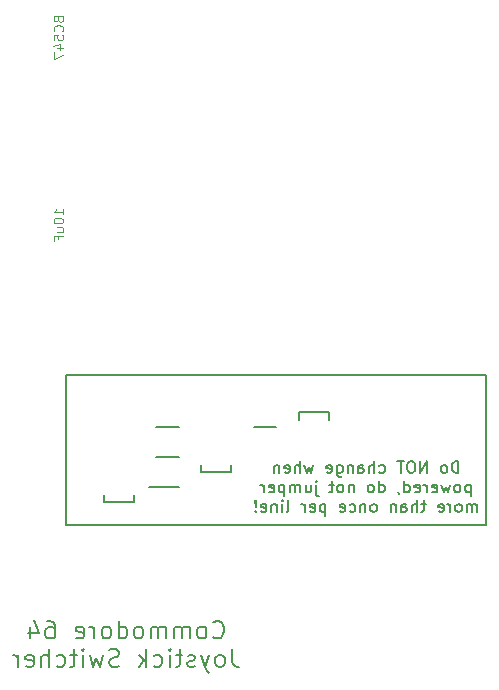
<source format=gbo>
G04 #@! TF.FileFunction,Legend,Bot*
%FSLAX46Y46*%
G04 Gerber Fmt 4.6, Leading zero omitted, Abs format (unit mm)*
G04 Created by KiCad (PCBNEW 4.0.7) date 10/20/19 13:11:54*
%MOMM*%
%LPD*%
G01*
G04 APERTURE LIST*
%ADD10C,0.100000*%
%ADD11C,0.200000*%
%ADD12C,0.150000*%
G04 APERTURE END LIST*
D10*
D11*
X118110000Y-100330000D02*
X120650000Y-100330000D01*
X118745000Y-97790000D02*
X120650000Y-97790000D01*
X118745000Y-95250000D02*
X120650000Y-95250000D01*
X127000000Y-95250000D02*
X128905000Y-95250000D01*
X133350000Y-93980000D02*
X133350000Y-94615000D01*
X130810000Y-93980000D02*
X133350000Y-93980000D01*
X130810000Y-94615000D02*
X130810000Y-93980000D01*
X116840000Y-101600000D02*
X116840000Y-100965000D01*
X114300000Y-101600000D02*
X116840000Y-101600000D01*
X114300000Y-100965000D02*
X114300000Y-101600000D01*
X125095000Y-99060000D02*
X125095000Y-98425000D01*
X122555000Y-99060000D02*
X125095000Y-99060000D01*
X122555000Y-98425000D02*
X122555000Y-99060000D01*
X111125000Y-103505000D02*
X146685000Y-103505000D01*
X111125000Y-90805000D02*
X111125000Y-103505000D01*
X146685000Y-90805000D02*
X111125000Y-90805000D01*
X146685000Y-103505000D02*
X146685000Y-90805000D01*
D12*
X144334525Y-99132381D02*
X144334525Y-98132381D01*
X144096430Y-98132381D01*
X143953572Y-98180000D01*
X143858334Y-98275238D01*
X143810715Y-98370476D01*
X143763096Y-98560952D01*
X143763096Y-98703810D01*
X143810715Y-98894286D01*
X143858334Y-98989524D01*
X143953572Y-99084762D01*
X144096430Y-99132381D01*
X144334525Y-99132381D01*
X143191668Y-99132381D02*
X143286906Y-99084762D01*
X143334525Y-99037143D01*
X143382144Y-98941905D01*
X143382144Y-98656190D01*
X143334525Y-98560952D01*
X143286906Y-98513333D01*
X143191668Y-98465714D01*
X143048810Y-98465714D01*
X142953572Y-98513333D01*
X142905953Y-98560952D01*
X142858334Y-98656190D01*
X142858334Y-98941905D01*
X142905953Y-99037143D01*
X142953572Y-99084762D01*
X143048810Y-99132381D01*
X143191668Y-99132381D01*
X141667858Y-99132381D02*
X141667858Y-98132381D01*
X141096429Y-99132381D01*
X141096429Y-98132381D01*
X140429763Y-98132381D02*
X140239286Y-98132381D01*
X140144048Y-98180000D01*
X140048810Y-98275238D01*
X140001191Y-98465714D01*
X140001191Y-98799048D01*
X140048810Y-98989524D01*
X140144048Y-99084762D01*
X140239286Y-99132381D01*
X140429763Y-99132381D01*
X140525001Y-99084762D01*
X140620239Y-98989524D01*
X140667858Y-98799048D01*
X140667858Y-98465714D01*
X140620239Y-98275238D01*
X140525001Y-98180000D01*
X140429763Y-98132381D01*
X139715477Y-98132381D02*
X139144048Y-98132381D01*
X139429763Y-99132381D02*
X139429763Y-98132381D01*
X137620238Y-99084762D02*
X137715476Y-99132381D01*
X137905953Y-99132381D01*
X138001191Y-99084762D01*
X138048810Y-99037143D01*
X138096429Y-98941905D01*
X138096429Y-98656190D01*
X138048810Y-98560952D01*
X138001191Y-98513333D01*
X137905953Y-98465714D01*
X137715476Y-98465714D01*
X137620238Y-98513333D01*
X137191667Y-99132381D02*
X137191667Y-98132381D01*
X136763095Y-99132381D02*
X136763095Y-98608571D01*
X136810714Y-98513333D01*
X136905952Y-98465714D01*
X137048810Y-98465714D01*
X137144048Y-98513333D01*
X137191667Y-98560952D01*
X135858333Y-99132381D02*
X135858333Y-98608571D01*
X135905952Y-98513333D01*
X136001190Y-98465714D01*
X136191667Y-98465714D01*
X136286905Y-98513333D01*
X135858333Y-99084762D02*
X135953571Y-99132381D01*
X136191667Y-99132381D01*
X136286905Y-99084762D01*
X136334524Y-98989524D01*
X136334524Y-98894286D01*
X136286905Y-98799048D01*
X136191667Y-98751429D01*
X135953571Y-98751429D01*
X135858333Y-98703810D01*
X135382143Y-98465714D02*
X135382143Y-99132381D01*
X135382143Y-98560952D02*
X135334524Y-98513333D01*
X135239286Y-98465714D01*
X135096428Y-98465714D01*
X135001190Y-98513333D01*
X134953571Y-98608571D01*
X134953571Y-99132381D01*
X134048809Y-98465714D02*
X134048809Y-99275238D01*
X134096428Y-99370476D01*
X134144047Y-99418095D01*
X134239286Y-99465714D01*
X134382143Y-99465714D01*
X134477381Y-99418095D01*
X134048809Y-99084762D02*
X134144047Y-99132381D01*
X134334524Y-99132381D01*
X134429762Y-99084762D01*
X134477381Y-99037143D01*
X134525000Y-98941905D01*
X134525000Y-98656190D01*
X134477381Y-98560952D01*
X134429762Y-98513333D01*
X134334524Y-98465714D01*
X134144047Y-98465714D01*
X134048809Y-98513333D01*
X133191666Y-99084762D02*
X133286904Y-99132381D01*
X133477381Y-99132381D01*
X133572619Y-99084762D01*
X133620238Y-98989524D01*
X133620238Y-98608571D01*
X133572619Y-98513333D01*
X133477381Y-98465714D01*
X133286904Y-98465714D01*
X133191666Y-98513333D01*
X133144047Y-98608571D01*
X133144047Y-98703810D01*
X133620238Y-98799048D01*
X132048809Y-98465714D02*
X131858333Y-99132381D01*
X131667856Y-98656190D01*
X131477380Y-99132381D01*
X131286904Y-98465714D01*
X130905952Y-99132381D02*
X130905952Y-98132381D01*
X130477380Y-99132381D02*
X130477380Y-98608571D01*
X130524999Y-98513333D01*
X130620237Y-98465714D01*
X130763095Y-98465714D01*
X130858333Y-98513333D01*
X130905952Y-98560952D01*
X129620237Y-99084762D02*
X129715475Y-99132381D01*
X129905952Y-99132381D01*
X130001190Y-99084762D01*
X130048809Y-98989524D01*
X130048809Y-98608571D01*
X130001190Y-98513333D01*
X129905952Y-98465714D01*
X129715475Y-98465714D01*
X129620237Y-98513333D01*
X129572618Y-98608571D01*
X129572618Y-98703810D01*
X130048809Y-98799048D01*
X129144047Y-98465714D02*
X129144047Y-99132381D01*
X129144047Y-98560952D02*
X129096428Y-98513333D01*
X129001190Y-98465714D01*
X128858332Y-98465714D01*
X128763094Y-98513333D01*
X128715475Y-98608571D01*
X128715475Y-99132381D01*
X145358334Y-100115714D02*
X145358334Y-101115714D01*
X145358334Y-100163333D02*
X145263096Y-100115714D01*
X145072619Y-100115714D01*
X144977381Y-100163333D01*
X144929762Y-100210952D01*
X144882143Y-100306190D01*
X144882143Y-100591905D01*
X144929762Y-100687143D01*
X144977381Y-100734762D01*
X145072619Y-100782381D01*
X145263096Y-100782381D01*
X145358334Y-100734762D01*
X144310715Y-100782381D02*
X144405953Y-100734762D01*
X144453572Y-100687143D01*
X144501191Y-100591905D01*
X144501191Y-100306190D01*
X144453572Y-100210952D01*
X144405953Y-100163333D01*
X144310715Y-100115714D01*
X144167857Y-100115714D01*
X144072619Y-100163333D01*
X144025000Y-100210952D01*
X143977381Y-100306190D01*
X143977381Y-100591905D01*
X144025000Y-100687143D01*
X144072619Y-100734762D01*
X144167857Y-100782381D01*
X144310715Y-100782381D01*
X143644048Y-100115714D02*
X143453572Y-100782381D01*
X143263095Y-100306190D01*
X143072619Y-100782381D01*
X142882143Y-100115714D01*
X142120238Y-100734762D02*
X142215476Y-100782381D01*
X142405953Y-100782381D01*
X142501191Y-100734762D01*
X142548810Y-100639524D01*
X142548810Y-100258571D01*
X142501191Y-100163333D01*
X142405953Y-100115714D01*
X142215476Y-100115714D01*
X142120238Y-100163333D01*
X142072619Y-100258571D01*
X142072619Y-100353810D01*
X142548810Y-100449048D01*
X141644048Y-100782381D02*
X141644048Y-100115714D01*
X141644048Y-100306190D02*
X141596429Y-100210952D01*
X141548810Y-100163333D01*
X141453572Y-100115714D01*
X141358333Y-100115714D01*
X140644047Y-100734762D02*
X140739285Y-100782381D01*
X140929762Y-100782381D01*
X141025000Y-100734762D01*
X141072619Y-100639524D01*
X141072619Y-100258571D01*
X141025000Y-100163333D01*
X140929762Y-100115714D01*
X140739285Y-100115714D01*
X140644047Y-100163333D01*
X140596428Y-100258571D01*
X140596428Y-100353810D01*
X141072619Y-100449048D01*
X139739285Y-100782381D02*
X139739285Y-99782381D01*
X139739285Y-100734762D02*
X139834523Y-100782381D01*
X140025000Y-100782381D01*
X140120238Y-100734762D01*
X140167857Y-100687143D01*
X140215476Y-100591905D01*
X140215476Y-100306190D01*
X140167857Y-100210952D01*
X140120238Y-100163333D01*
X140025000Y-100115714D01*
X139834523Y-100115714D01*
X139739285Y-100163333D01*
X139215476Y-100734762D02*
X139215476Y-100782381D01*
X139263095Y-100877619D01*
X139310714Y-100925238D01*
X137596428Y-100782381D02*
X137596428Y-99782381D01*
X137596428Y-100734762D02*
X137691666Y-100782381D01*
X137882143Y-100782381D01*
X137977381Y-100734762D01*
X138025000Y-100687143D01*
X138072619Y-100591905D01*
X138072619Y-100306190D01*
X138025000Y-100210952D01*
X137977381Y-100163333D01*
X137882143Y-100115714D01*
X137691666Y-100115714D01*
X137596428Y-100163333D01*
X136977381Y-100782381D02*
X137072619Y-100734762D01*
X137120238Y-100687143D01*
X137167857Y-100591905D01*
X137167857Y-100306190D01*
X137120238Y-100210952D01*
X137072619Y-100163333D01*
X136977381Y-100115714D01*
X136834523Y-100115714D01*
X136739285Y-100163333D01*
X136691666Y-100210952D01*
X136644047Y-100306190D01*
X136644047Y-100591905D01*
X136691666Y-100687143D01*
X136739285Y-100734762D01*
X136834523Y-100782381D01*
X136977381Y-100782381D01*
X135453571Y-100115714D02*
X135453571Y-100782381D01*
X135453571Y-100210952D02*
X135405952Y-100163333D01*
X135310714Y-100115714D01*
X135167856Y-100115714D01*
X135072618Y-100163333D01*
X135024999Y-100258571D01*
X135024999Y-100782381D01*
X134405952Y-100782381D02*
X134501190Y-100734762D01*
X134548809Y-100687143D01*
X134596428Y-100591905D01*
X134596428Y-100306190D01*
X134548809Y-100210952D01*
X134501190Y-100163333D01*
X134405952Y-100115714D01*
X134263094Y-100115714D01*
X134167856Y-100163333D01*
X134120237Y-100210952D01*
X134072618Y-100306190D01*
X134072618Y-100591905D01*
X134120237Y-100687143D01*
X134167856Y-100734762D01*
X134263094Y-100782381D01*
X134405952Y-100782381D01*
X133786904Y-100115714D02*
X133405952Y-100115714D01*
X133644047Y-99782381D02*
X133644047Y-100639524D01*
X133596428Y-100734762D01*
X133501190Y-100782381D01*
X133405952Y-100782381D01*
X132310713Y-100115714D02*
X132310713Y-100972857D01*
X132358332Y-101068095D01*
X132453570Y-101115714D01*
X132501189Y-101115714D01*
X132310713Y-99782381D02*
X132358332Y-99830000D01*
X132310713Y-99877619D01*
X132263094Y-99830000D01*
X132310713Y-99782381D01*
X132310713Y-99877619D01*
X131405951Y-100115714D02*
X131405951Y-100782381D01*
X131834523Y-100115714D02*
X131834523Y-100639524D01*
X131786904Y-100734762D01*
X131691666Y-100782381D01*
X131548808Y-100782381D01*
X131453570Y-100734762D01*
X131405951Y-100687143D01*
X130929761Y-100782381D02*
X130929761Y-100115714D01*
X130929761Y-100210952D02*
X130882142Y-100163333D01*
X130786904Y-100115714D01*
X130644046Y-100115714D01*
X130548808Y-100163333D01*
X130501189Y-100258571D01*
X130501189Y-100782381D01*
X130501189Y-100258571D02*
X130453570Y-100163333D01*
X130358332Y-100115714D01*
X130215475Y-100115714D01*
X130120237Y-100163333D01*
X130072618Y-100258571D01*
X130072618Y-100782381D01*
X129596428Y-100115714D02*
X129596428Y-101115714D01*
X129596428Y-100163333D02*
X129501190Y-100115714D01*
X129310713Y-100115714D01*
X129215475Y-100163333D01*
X129167856Y-100210952D01*
X129120237Y-100306190D01*
X129120237Y-100591905D01*
X129167856Y-100687143D01*
X129215475Y-100734762D01*
X129310713Y-100782381D01*
X129501190Y-100782381D01*
X129596428Y-100734762D01*
X128310713Y-100734762D02*
X128405951Y-100782381D01*
X128596428Y-100782381D01*
X128691666Y-100734762D01*
X128739285Y-100639524D01*
X128739285Y-100258571D01*
X128691666Y-100163333D01*
X128596428Y-100115714D01*
X128405951Y-100115714D01*
X128310713Y-100163333D01*
X128263094Y-100258571D01*
X128263094Y-100353810D01*
X128739285Y-100449048D01*
X127834523Y-100782381D02*
X127834523Y-100115714D01*
X127834523Y-100306190D02*
X127786904Y-100210952D01*
X127739285Y-100163333D01*
X127644047Y-100115714D01*
X127548808Y-100115714D01*
X145882144Y-102432381D02*
X145882144Y-101765714D01*
X145882144Y-101860952D02*
X145834525Y-101813333D01*
X145739287Y-101765714D01*
X145596429Y-101765714D01*
X145501191Y-101813333D01*
X145453572Y-101908571D01*
X145453572Y-102432381D01*
X145453572Y-101908571D02*
X145405953Y-101813333D01*
X145310715Y-101765714D01*
X145167858Y-101765714D01*
X145072620Y-101813333D01*
X145025001Y-101908571D01*
X145025001Y-102432381D01*
X144405954Y-102432381D02*
X144501192Y-102384762D01*
X144548811Y-102337143D01*
X144596430Y-102241905D01*
X144596430Y-101956190D01*
X144548811Y-101860952D01*
X144501192Y-101813333D01*
X144405954Y-101765714D01*
X144263096Y-101765714D01*
X144167858Y-101813333D01*
X144120239Y-101860952D01*
X144072620Y-101956190D01*
X144072620Y-102241905D01*
X144120239Y-102337143D01*
X144167858Y-102384762D01*
X144263096Y-102432381D01*
X144405954Y-102432381D01*
X143644049Y-102432381D02*
X143644049Y-101765714D01*
X143644049Y-101956190D02*
X143596430Y-101860952D01*
X143548811Y-101813333D01*
X143453573Y-101765714D01*
X143358334Y-101765714D01*
X142644048Y-102384762D02*
X142739286Y-102432381D01*
X142929763Y-102432381D01*
X143025001Y-102384762D01*
X143072620Y-102289524D01*
X143072620Y-101908571D01*
X143025001Y-101813333D01*
X142929763Y-101765714D01*
X142739286Y-101765714D01*
X142644048Y-101813333D01*
X142596429Y-101908571D01*
X142596429Y-102003810D01*
X143072620Y-102099048D01*
X141548810Y-101765714D02*
X141167858Y-101765714D01*
X141405953Y-101432381D02*
X141405953Y-102289524D01*
X141358334Y-102384762D01*
X141263096Y-102432381D01*
X141167858Y-102432381D01*
X140834524Y-102432381D02*
X140834524Y-101432381D01*
X140405952Y-102432381D02*
X140405952Y-101908571D01*
X140453571Y-101813333D01*
X140548809Y-101765714D01*
X140691667Y-101765714D01*
X140786905Y-101813333D01*
X140834524Y-101860952D01*
X139501190Y-102432381D02*
X139501190Y-101908571D01*
X139548809Y-101813333D01*
X139644047Y-101765714D01*
X139834524Y-101765714D01*
X139929762Y-101813333D01*
X139501190Y-102384762D02*
X139596428Y-102432381D01*
X139834524Y-102432381D01*
X139929762Y-102384762D01*
X139977381Y-102289524D01*
X139977381Y-102194286D01*
X139929762Y-102099048D01*
X139834524Y-102051429D01*
X139596428Y-102051429D01*
X139501190Y-102003810D01*
X139025000Y-101765714D02*
X139025000Y-102432381D01*
X139025000Y-101860952D02*
X138977381Y-101813333D01*
X138882143Y-101765714D01*
X138739285Y-101765714D01*
X138644047Y-101813333D01*
X138596428Y-101908571D01*
X138596428Y-102432381D01*
X137215476Y-102432381D02*
X137310714Y-102384762D01*
X137358333Y-102337143D01*
X137405952Y-102241905D01*
X137405952Y-101956190D01*
X137358333Y-101860952D01*
X137310714Y-101813333D01*
X137215476Y-101765714D01*
X137072618Y-101765714D01*
X136977380Y-101813333D01*
X136929761Y-101860952D01*
X136882142Y-101956190D01*
X136882142Y-102241905D01*
X136929761Y-102337143D01*
X136977380Y-102384762D01*
X137072618Y-102432381D01*
X137215476Y-102432381D01*
X136453571Y-101765714D02*
X136453571Y-102432381D01*
X136453571Y-101860952D02*
X136405952Y-101813333D01*
X136310714Y-101765714D01*
X136167856Y-101765714D01*
X136072618Y-101813333D01*
X136024999Y-101908571D01*
X136024999Y-102432381D01*
X135120237Y-102384762D02*
X135215475Y-102432381D01*
X135405952Y-102432381D01*
X135501190Y-102384762D01*
X135548809Y-102337143D01*
X135596428Y-102241905D01*
X135596428Y-101956190D01*
X135548809Y-101860952D01*
X135501190Y-101813333D01*
X135405952Y-101765714D01*
X135215475Y-101765714D01*
X135120237Y-101813333D01*
X134310713Y-102384762D02*
X134405951Y-102432381D01*
X134596428Y-102432381D01*
X134691666Y-102384762D01*
X134739285Y-102289524D01*
X134739285Y-101908571D01*
X134691666Y-101813333D01*
X134596428Y-101765714D01*
X134405951Y-101765714D01*
X134310713Y-101813333D01*
X134263094Y-101908571D01*
X134263094Y-102003810D01*
X134739285Y-102099048D01*
X133072618Y-101765714D02*
X133072618Y-102765714D01*
X133072618Y-101813333D02*
X132977380Y-101765714D01*
X132786903Y-101765714D01*
X132691665Y-101813333D01*
X132644046Y-101860952D01*
X132596427Y-101956190D01*
X132596427Y-102241905D01*
X132644046Y-102337143D01*
X132691665Y-102384762D01*
X132786903Y-102432381D01*
X132977380Y-102432381D01*
X133072618Y-102384762D01*
X131786903Y-102384762D02*
X131882141Y-102432381D01*
X132072618Y-102432381D01*
X132167856Y-102384762D01*
X132215475Y-102289524D01*
X132215475Y-101908571D01*
X132167856Y-101813333D01*
X132072618Y-101765714D01*
X131882141Y-101765714D01*
X131786903Y-101813333D01*
X131739284Y-101908571D01*
X131739284Y-102003810D01*
X132215475Y-102099048D01*
X131310713Y-102432381D02*
X131310713Y-101765714D01*
X131310713Y-101956190D02*
X131263094Y-101860952D01*
X131215475Y-101813333D01*
X131120237Y-101765714D01*
X131024998Y-101765714D01*
X129786903Y-102432381D02*
X129882141Y-102384762D01*
X129929760Y-102289524D01*
X129929760Y-101432381D01*
X129405950Y-102432381D02*
X129405950Y-101765714D01*
X129405950Y-101432381D02*
X129453569Y-101480000D01*
X129405950Y-101527619D01*
X129358331Y-101480000D01*
X129405950Y-101432381D01*
X129405950Y-101527619D01*
X128929760Y-101765714D02*
X128929760Y-102432381D01*
X128929760Y-101860952D02*
X128882141Y-101813333D01*
X128786903Y-101765714D01*
X128644045Y-101765714D01*
X128548807Y-101813333D01*
X128501188Y-101908571D01*
X128501188Y-102432381D01*
X127644045Y-102384762D02*
X127739283Y-102432381D01*
X127929760Y-102432381D01*
X128024998Y-102384762D01*
X128072617Y-102289524D01*
X128072617Y-101908571D01*
X128024998Y-101813333D01*
X127929760Y-101765714D01*
X127739283Y-101765714D01*
X127644045Y-101813333D01*
X127596426Y-101908571D01*
X127596426Y-102003810D01*
X128072617Y-102099048D01*
X127167855Y-102337143D02*
X127120236Y-102384762D01*
X127167855Y-102432381D01*
X127215474Y-102384762D01*
X127167855Y-102337143D01*
X127167855Y-102432381D01*
X127167855Y-102051429D02*
X127215474Y-101480000D01*
X127167855Y-101432381D01*
X127120236Y-101480000D01*
X127167855Y-102051429D01*
X127167855Y-101432381D01*
X123562142Y-113000714D02*
X123633571Y-113072143D01*
X123847857Y-113143571D01*
X123990714Y-113143571D01*
X124204999Y-113072143D01*
X124347857Y-112929286D01*
X124419285Y-112786429D01*
X124490714Y-112500714D01*
X124490714Y-112286429D01*
X124419285Y-112000714D01*
X124347857Y-111857857D01*
X124204999Y-111715000D01*
X123990714Y-111643571D01*
X123847857Y-111643571D01*
X123633571Y-111715000D01*
X123562142Y-111786429D01*
X122704999Y-113143571D02*
X122847857Y-113072143D01*
X122919285Y-113000714D01*
X122990714Y-112857857D01*
X122990714Y-112429286D01*
X122919285Y-112286429D01*
X122847857Y-112215000D01*
X122704999Y-112143571D01*
X122490714Y-112143571D01*
X122347857Y-112215000D01*
X122276428Y-112286429D01*
X122204999Y-112429286D01*
X122204999Y-112857857D01*
X122276428Y-113000714D01*
X122347857Y-113072143D01*
X122490714Y-113143571D01*
X122704999Y-113143571D01*
X121562142Y-113143571D02*
X121562142Y-112143571D01*
X121562142Y-112286429D02*
X121490714Y-112215000D01*
X121347856Y-112143571D01*
X121133571Y-112143571D01*
X120990714Y-112215000D01*
X120919285Y-112357857D01*
X120919285Y-113143571D01*
X120919285Y-112357857D02*
X120847856Y-112215000D01*
X120704999Y-112143571D01*
X120490714Y-112143571D01*
X120347856Y-112215000D01*
X120276428Y-112357857D01*
X120276428Y-113143571D01*
X119562142Y-113143571D02*
X119562142Y-112143571D01*
X119562142Y-112286429D02*
X119490714Y-112215000D01*
X119347856Y-112143571D01*
X119133571Y-112143571D01*
X118990714Y-112215000D01*
X118919285Y-112357857D01*
X118919285Y-113143571D01*
X118919285Y-112357857D02*
X118847856Y-112215000D01*
X118704999Y-112143571D01*
X118490714Y-112143571D01*
X118347856Y-112215000D01*
X118276428Y-112357857D01*
X118276428Y-113143571D01*
X117347856Y-113143571D02*
X117490714Y-113072143D01*
X117562142Y-113000714D01*
X117633571Y-112857857D01*
X117633571Y-112429286D01*
X117562142Y-112286429D01*
X117490714Y-112215000D01*
X117347856Y-112143571D01*
X117133571Y-112143571D01*
X116990714Y-112215000D01*
X116919285Y-112286429D01*
X116847856Y-112429286D01*
X116847856Y-112857857D01*
X116919285Y-113000714D01*
X116990714Y-113072143D01*
X117133571Y-113143571D01*
X117347856Y-113143571D01*
X115562142Y-113143571D02*
X115562142Y-111643571D01*
X115562142Y-113072143D02*
X115704999Y-113143571D01*
X115990713Y-113143571D01*
X116133571Y-113072143D01*
X116204999Y-113000714D01*
X116276428Y-112857857D01*
X116276428Y-112429286D01*
X116204999Y-112286429D01*
X116133571Y-112215000D01*
X115990713Y-112143571D01*
X115704999Y-112143571D01*
X115562142Y-112215000D01*
X114633570Y-113143571D02*
X114776428Y-113072143D01*
X114847856Y-113000714D01*
X114919285Y-112857857D01*
X114919285Y-112429286D01*
X114847856Y-112286429D01*
X114776428Y-112215000D01*
X114633570Y-112143571D01*
X114419285Y-112143571D01*
X114276428Y-112215000D01*
X114204999Y-112286429D01*
X114133570Y-112429286D01*
X114133570Y-112857857D01*
X114204999Y-113000714D01*
X114276428Y-113072143D01*
X114419285Y-113143571D01*
X114633570Y-113143571D01*
X113490713Y-113143571D02*
X113490713Y-112143571D01*
X113490713Y-112429286D02*
X113419285Y-112286429D01*
X113347856Y-112215000D01*
X113204999Y-112143571D01*
X113062142Y-112143571D01*
X111990714Y-113072143D02*
X112133571Y-113143571D01*
X112419285Y-113143571D01*
X112562142Y-113072143D01*
X112633571Y-112929286D01*
X112633571Y-112357857D01*
X112562142Y-112215000D01*
X112419285Y-112143571D01*
X112133571Y-112143571D01*
X111990714Y-112215000D01*
X111919285Y-112357857D01*
X111919285Y-112500714D01*
X112633571Y-112643571D01*
X109490714Y-111643571D02*
X109776428Y-111643571D01*
X109919285Y-111715000D01*
X109990714Y-111786429D01*
X110133571Y-112000714D01*
X110205000Y-112286429D01*
X110205000Y-112857857D01*
X110133571Y-113000714D01*
X110062143Y-113072143D01*
X109919285Y-113143571D01*
X109633571Y-113143571D01*
X109490714Y-113072143D01*
X109419285Y-113000714D01*
X109347857Y-112857857D01*
X109347857Y-112500714D01*
X109419285Y-112357857D01*
X109490714Y-112286429D01*
X109633571Y-112215000D01*
X109919285Y-112215000D01*
X110062143Y-112286429D01*
X110133571Y-112357857D01*
X110205000Y-112500714D01*
X108062143Y-112143571D02*
X108062143Y-113143571D01*
X108419286Y-111572143D02*
X108776429Y-112643571D01*
X107847857Y-112643571D01*
X125169286Y-114043571D02*
X125169286Y-115115000D01*
X125240714Y-115329286D01*
X125383571Y-115472143D01*
X125597857Y-115543571D01*
X125740714Y-115543571D01*
X124240714Y-115543571D02*
X124383572Y-115472143D01*
X124455000Y-115400714D01*
X124526429Y-115257857D01*
X124526429Y-114829286D01*
X124455000Y-114686429D01*
X124383572Y-114615000D01*
X124240714Y-114543571D01*
X124026429Y-114543571D01*
X123883572Y-114615000D01*
X123812143Y-114686429D01*
X123740714Y-114829286D01*
X123740714Y-115257857D01*
X123812143Y-115400714D01*
X123883572Y-115472143D01*
X124026429Y-115543571D01*
X124240714Y-115543571D01*
X123240714Y-114543571D02*
X122883571Y-115543571D01*
X122526429Y-114543571D02*
X122883571Y-115543571D01*
X123026429Y-115900714D01*
X123097857Y-115972143D01*
X123240714Y-116043571D01*
X122026429Y-115472143D02*
X121883572Y-115543571D01*
X121597857Y-115543571D01*
X121455000Y-115472143D01*
X121383572Y-115329286D01*
X121383572Y-115257857D01*
X121455000Y-115115000D01*
X121597857Y-115043571D01*
X121812143Y-115043571D01*
X121955000Y-114972143D01*
X122026429Y-114829286D01*
X122026429Y-114757857D01*
X121955000Y-114615000D01*
X121812143Y-114543571D01*
X121597857Y-114543571D01*
X121455000Y-114615000D01*
X120955000Y-114543571D02*
X120383571Y-114543571D01*
X120740714Y-114043571D02*
X120740714Y-115329286D01*
X120669286Y-115472143D01*
X120526428Y-115543571D01*
X120383571Y-115543571D01*
X119883571Y-115543571D02*
X119883571Y-114543571D01*
X119883571Y-114043571D02*
X119955000Y-114115000D01*
X119883571Y-114186429D01*
X119812143Y-114115000D01*
X119883571Y-114043571D01*
X119883571Y-114186429D01*
X118526428Y-115472143D02*
X118669285Y-115543571D01*
X118954999Y-115543571D01*
X119097857Y-115472143D01*
X119169285Y-115400714D01*
X119240714Y-115257857D01*
X119240714Y-114829286D01*
X119169285Y-114686429D01*
X119097857Y-114615000D01*
X118954999Y-114543571D01*
X118669285Y-114543571D01*
X118526428Y-114615000D01*
X117883571Y-115543571D02*
X117883571Y-114043571D01*
X117740714Y-114972143D02*
X117312143Y-115543571D01*
X117312143Y-114543571D02*
X117883571Y-115115000D01*
X115597857Y-115472143D02*
X115383571Y-115543571D01*
X115026428Y-115543571D01*
X114883571Y-115472143D01*
X114812142Y-115400714D01*
X114740714Y-115257857D01*
X114740714Y-115115000D01*
X114812142Y-114972143D01*
X114883571Y-114900714D01*
X115026428Y-114829286D01*
X115312142Y-114757857D01*
X115455000Y-114686429D01*
X115526428Y-114615000D01*
X115597857Y-114472143D01*
X115597857Y-114329286D01*
X115526428Y-114186429D01*
X115455000Y-114115000D01*
X115312142Y-114043571D01*
X114955000Y-114043571D01*
X114740714Y-114115000D01*
X114240714Y-114543571D02*
X113955000Y-115543571D01*
X113669286Y-114829286D01*
X113383571Y-115543571D01*
X113097857Y-114543571D01*
X112526428Y-115543571D02*
X112526428Y-114543571D01*
X112526428Y-114043571D02*
X112597857Y-114115000D01*
X112526428Y-114186429D01*
X112455000Y-114115000D01*
X112526428Y-114043571D01*
X112526428Y-114186429D01*
X112026428Y-114543571D02*
X111454999Y-114543571D01*
X111812142Y-114043571D02*
X111812142Y-115329286D01*
X111740714Y-115472143D01*
X111597856Y-115543571D01*
X111454999Y-115543571D01*
X110312142Y-115472143D02*
X110454999Y-115543571D01*
X110740713Y-115543571D01*
X110883571Y-115472143D01*
X110954999Y-115400714D01*
X111026428Y-115257857D01*
X111026428Y-114829286D01*
X110954999Y-114686429D01*
X110883571Y-114615000D01*
X110740713Y-114543571D01*
X110454999Y-114543571D01*
X110312142Y-114615000D01*
X109669285Y-115543571D02*
X109669285Y-114043571D01*
X109026428Y-115543571D02*
X109026428Y-114757857D01*
X109097857Y-114615000D01*
X109240714Y-114543571D01*
X109454999Y-114543571D01*
X109597857Y-114615000D01*
X109669285Y-114686429D01*
X107740714Y-115472143D02*
X107883571Y-115543571D01*
X108169285Y-115543571D01*
X108312142Y-115472143D01*
X108383571Y-115329286D01*
X108383571Y-114757857D01*
X108312142Y-114615000D01*
X108169285Y-114543571D01*
X107883571Y-114543571D01*
X107740714Y-114615000D01*
X107669285Y-114757857D01*
X107669285Y-114900714D01*
X108383571Y-115043571D01*
X107026428Y-115543571D02*
X107026428Y-114543571D01*
X107026428Y-114829286D02*
X106955000Y-114686429D01*
X106883571Y-114615000D01*
X106740714Y-114543571D01*
X106597857Y-114543571D01*
D10*
X110432857Y-60744286D02*
X110470952Y-60858572D01*
X110509048Y-60896667D01*
X110585238Y-60934762D01*
X110699524Y-60934762D01*
X110775714Y-60896667D01*
X110813810Y-60858572D01*
X110851905Y-60782381D01*
X110851905Y-60477619D01*
X110051905Y-60477619D01*
X110051905Y-60744286D01*
X110090000Y-60820476D01*
X110128095Y-60858572D01*
X110204286Y-60896667D01*
X110280476Y-60896667D01*
X110356667Y-60858572D01*
X110394762Y-60820476D01*
X110432857Y-60744286D01*
X110432857Y-60477619D01*
X110775714Y-61734762D02*
X110813810Y-61696667D01*
X110851905Y-61582381D01*
X110851905Y-61506191D01*
X110813810Y-61391905D01*
X110737619Y-61315714D01*
X110661429Y-61277619D01*
X110509048Y-61239524D01*
X110394762Y-61239524D01*
X110242381Y-61277619D01*
X110166190Y-61315714D01*
X110090000Y-61391905D01*
X110051905Y-61506191D01*
X110051905Y-61582381D01*
X110090000Y-61696667D01*
X110128095Y-61734762D01*
X110051905Y-62458572D02*
X110051905Y-62077619D01*
X110432857Y-62039524D01*
X110394762Y-62077619D01*
X110356667Y-62153810D01*
X110356667Y-62344286D01*
X110394762Y-62420476D01*
X110432857Y-62458572D01*
X110509048Y-62496667D01*
X110699524Y-62496667D01*
X110775714Y-62458572D01*
X110813810Y-62420476D01*
X110851905Y-62344286D01*
X110851905Y-62153810D01*
X110813810Y-62077619D01*
X110775714Y-62039524D01*
X110318571Y-63182381D02*
X110851905Y-63182381D01*
X110013810Y-62991905D02*
X110585238Y-62801429D01*
X110585238Y-63296667D01*
X110051905Y-63525239D02*
X110051905Y-64058572D01*
X110851905Y-63715715D01*
X110851905Y-77247857D02*
X110851905Y-76790714D01*
X110851905Y-77019285D02*
X110051905Y-77019285D01*
X110166190Y-76943095D01*
X110242381Y-76866904D01*
X110280476Y-76790714D01*
X110051905Y-77743095D02*
X110051905Y-77819286D01*
X110090000Y-77895476D01*
X110128095Y-77933571D01*
X110204286Y-77971667D01*
X110356667Y-78009762D01*
X110547143Y-78009762D01*
X110699524Y-77971667D01*
X110775714Y-77933571D01*
X110813810Y-77895476D01*
X110851905Y-77819286D01*
X110851905Y-77743095D01*
X110813810Y-77666905D01*
X110775714Y-77628809D01*
X110699524Y-77590714D01*
X110547143Y-77552619D01*
X110356667Y-77552619D01*
X110204286Y-77590714D01*
X110128095Y-77628809D01*
X110090000Y-77666905D01*
X110051905Y-77743095D01*
X110318571Y-78695476D02*
X110851905Y-78695476D01*
X110318571Y-78352619D02*
X110737619Y-78352619D01*
X110813810Y-78390714D01*
X110851905Y-78466905D01*
X110851905Y-78581191D01*
X110813810Y-78657381D01*
X110775714Y-78695476D01*
X110432857Y-79343096D02*
X110432857Y-79076429D01*
X110851905Y-79076429D02*
X110051905Y-79076429D01*
X110051905Y-79457382D01*
M02*

</source>
